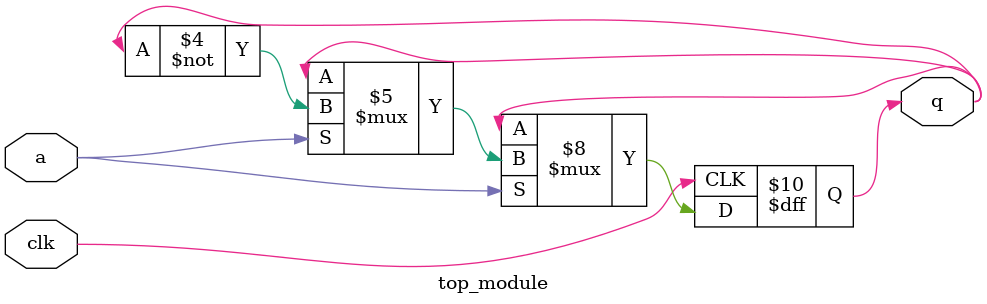
<source format=sv>
module top_module (
	input clk,
	input a, 
	output reg q
);

	always @(posedge clk) begin
		if (a == 0)
			q <= q;
		else if (a == 1)
			q <= ~q;
	end

endmodule

</source>
